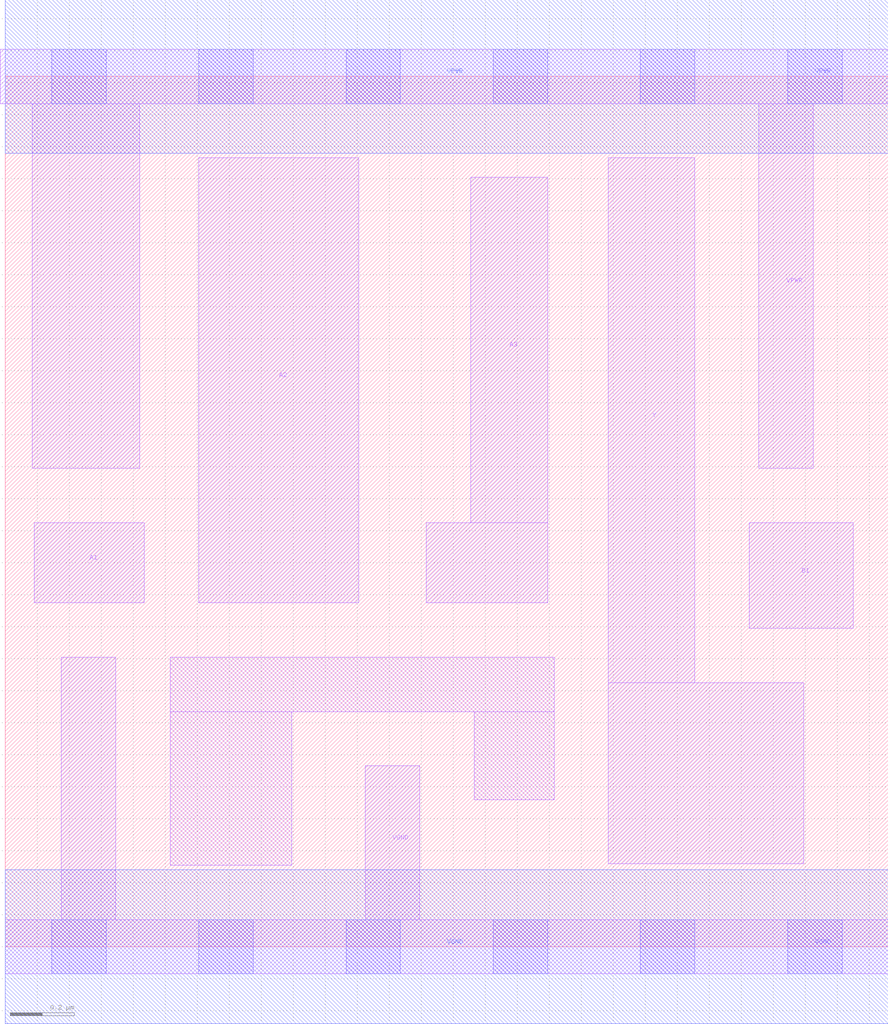
<source format=lef>
# Copyright 2020 The SkyWater PDK Authors
#
# Licensed under the Apache License, Version 2.0 (the "License");
# you may not use this file except in compliance with the License.
# You may obtain a copy of the License at
#
#     https://www.apache.org/licenses/LICENSE-2.0
#
# Unless required by applicable law or agreed to in writing, software
# distributed under the License is distributed on an "AS IS" BASIS,
# WITHOUT WARRANTIES OR CONDITIONS OF ANY KIND, either express or implied.
# See the License for the specific language governing permissions and
# limitations under the License.
#
# SPDX-License-Identifier: Apache-2.0

VERSION 5.7 ;
  NAMESCASESENSITIVE ON ;
  NOWIREEXTENSIONATPIN ON ;
  DIVIDERCHAR "/" ;
  BUSBITCHARS "[]" ;
UNITS
  DATABASE MICRONS 200 ;
END UNITS
PROPERTYDEFINITIONS
  MACRO maskLayoutSubType STRING ;
  MACRO prCellType STRING ;
  MACRO originalViewName STRING ;
END PROPERTYDEFINITIONS
MACRO sky130_fd_sc_hdll__o31ai_1
  CLASS CORE ;
  FOREIGN sky130_fd_sc_hdll__o31ai_1 ;
  ORIGIN  0.000000  0.000000 ;
  SIZE  2.760000 BY  2.720000 ;
  SYMMETRY X Y R90 ;
  SITE unithd ;
  PIN A1
    ANTENNAGATEAREA  0.277500 ;
    DIRECTION INPUT ;
    USE SIGNAL ;
    PORT
      LAYER li1 ;
        RECT 0.090000 1.075000 0.435000 1.325000 ;
    END
  END A1
  PIN A2
    ANTENNAGATEAREA  0.277500 ;
    DIRECTION INPUT ;
    USE SIGNAL ;
    PORT
      LAYER li1 ;
        RECT 0.605000 1.075000 1.105000 2.465000 ;
    END
  END A2
  PIN A3
    ANTENNAGATEAREA  0.277500 ;
    DIRECTION INPUT ;
    USE SIGNAL ;
    PORT
      LAYER li1 ;
        RECT 1.315000 1.075000 1.695000 1.325000 ;
        RECT 1.455000 1.325000 1.695000 2.405000 ;
    END
  END A3
  PIN B1
    ANTENNAGATEAREA  0.277500 ;
    DIRECTION INPUT ;
    USE SIGNAL ;
    PORT
      LAYER li1 ;
        RECT 2.325000 0.995000 2.650000 1.325000 ;
    END
  END B1
  PIN Y
    ANTENNADIFFAREA  0.833500 ;
    DIRECTION OUTPUT ;
    USE SIGNAL ;
    PORT
      LAYER li1 ;
        RECT 1.885000 0.260000 2.495000 0.825000 ;
        RECT 1.885000 0.825000 2.155000 2.465000 ;
    END
  END Y
  PIN VGND
    DIRECTION INOUT ;
    USE GROUND ;
    PORT
      LAYER li1 ;
        RECT 0.000000 -0.085000 2.760000 0.085000 ;
        RECT 0.175000  0.085000 0.345000 0.905000 ;
        RECT 1.125000  0.085000 1.295000 0.565000 ;
      LAYER mcon ;
        RECT 0.145000 -0.085000 0.315000 0.085000 ;
        RECT 0.605000 -0.085000 0.775000 0.085000 ;
        RECT 1.065000 -0.085000 1.235000 0.085000 ;
        RECT 1.525000 -0.085000 1.695000 0.085000 ;
        RECT 1.985000 -0.085000 2.155000 0.085000 ;
        RECT 2.445000 -0.085000 2.615000 0.085000 ;
      LAYER met1 ;
        RECT 0.000000 -0.240000 2.760000 0.240000 ;
    END
  END VGND
  PIN VPWR
    DIRECTION INOUT ;
    USE POWER ;
    PORT
      LAYER li1 ;
        RECT -0.015000 2.635000 2.760000 2.805000 ;
        RECT  0.085000 1.495000 0.420000 2.635000 ;
        RECT  2.355000 1.495000 2.525000 2.635000 ;
      LAYER mcon ;
        RECT 0.145000 2.635000 0.315000 2.805000 ;
        RECT 0.605000 2.635000 0.775000 2.805000 ;
        RECT 1.065000 2.635000 1.235000 2.805000 ;
        RECT 1.525000 2.635000 1.695000 2.805000 ;
        RECT 1.985000 2.635000 2.155000 2.805000 ;
        RECT 2.445000 2.635000 2.615000 2.805000 ;
      LAYER met1 ;
        RECT 0.000000 2.480000 2.760000 2.960000 ;
    END
  END VPWR
  OBS
    LAYER li1 ;
      RECT 0.515000 0.255000 0.895000 0.735000 ;
      RECT 0.515000 0.735000 1.715000 0.905000 ;
      RECT 1.465000 0.460000 1.715000 0.735000 ;
  END
  PROPERTY maskLayoutSubType "abstract" ;
  PROPERTY prCellType "standard" ;
  PROPERTY originalViewName "layout" ;
END sky130_fd_sc_hdll__o31ai_1

</source>
